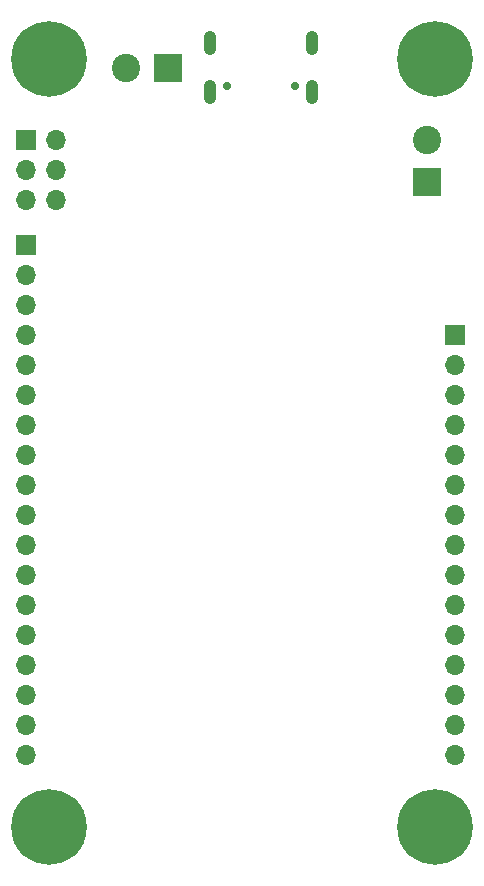
<source format=gbs>
G04 #@! TF.GenerationSoftware,KiCad,Pcbnew,(6.0.7)*
G04 #@! TF.CreationDate,2022-10-10T16:15:31+05:30*
G04 #@! TF.ProjectId,esp_lora_iot,6573705f-6c6f-4726-915f-696f742e6b69,rev?*
G04 #@! TF.SameCoordinates,Original*
G04 #@! TF.FileFunction,Soldermask,Bot*
G04 #@! TF.FilePolarity,Negative*
%FSLAX46Y46*%
G04 Gerber Fmt 4.6, Leading zero omitted, Abs format (unit mm)*
G04 Created by KiCad (PCBNEW (6.0.7)) date 2022-10-10 16:15:31*
%MOMM*%
%LPD*%
G01*
G04 APERTURE LIST*
%ADD10R,1.700000X1.700000*%
%ADD11O,1.700000X1.700000*%
%ADD12C,6.400000*%
%ADD13C,0.700000*%
%ADD14O,1.050000X2.100000*%
%ADD15R,2.400000X2.400000*%
%ADD16C,2.400000*%
G04 APERTURE END LIST*
D10*
X154559000Y-56896000D03*
D11*
X157099000Y-56896000D03*
X154559000Y-59436000D03*
X157099000Y-59436000D03*
X154559000Y-61976000D03*
X157099000Y-61976000D03*
D12*
X156564000Y-50038000D03*
D13*
X177400000Y-52333500D03*
X171620000Y-52333500D03*
D14*
X178830000Y-52863500D03*
X170190000Y-52863500D03*
X178830000Y-48683500D03*
X170190000Y-48683500D03*
D15*
X188530000Y-60424000D03*
D16*
X188530000Y-56924000D03*
D10*
X154559000Y-65786000D03*
D11*
X154559000Y-68326000D03*
X154559000Y-70866000D03*
X154559000Y-73406000D03*
X154559000Y-75946000D03*
X154559000Y-78486000D03*
X154559000Y-81026000D03*
X154559000Y-83566000D03*
X154559000Y-86106000D03*
X154559000Y-88646000D03*
X154559000Y-91186000D03*
X154559000Y-93726000D03*
X154559000Y-96266000D03*
X154559000Y-98806000D03*
X154559000Y-101346000D03*
X154559000Y-103886000D03*
X154559000Y-106426000D03*
X154559000Y-108966000D03*
D12*
X189230000Y-115062000D03*
D15*
X166596000Y-50800000D03*
D16*
X163096000Y-50800000D03*
D12*
X189230000Y-50038000D03*
X156564000Y-115062000D03*
D10*
X190906400Y-73386000D03*
D11*
X190906400Y-75926000D03*
X190906400Y-78466000D03*
X190906400Y-81006000D03*
X190906400Y-83546000D03*
X190906400Y-86086000D03*
X190906400Y-88626000D03*
X190906400Y-91166000D03*
X190906400Y-93706000D03*
X190906400Y-96246000D03*
X190906400Y-98786000D03*
X190906400Y-101326000D03*
X190906400Y-103866000D03*
X190906400Y-106406000D03*
X190906400Y-108946000D03*
M02*

</source>
